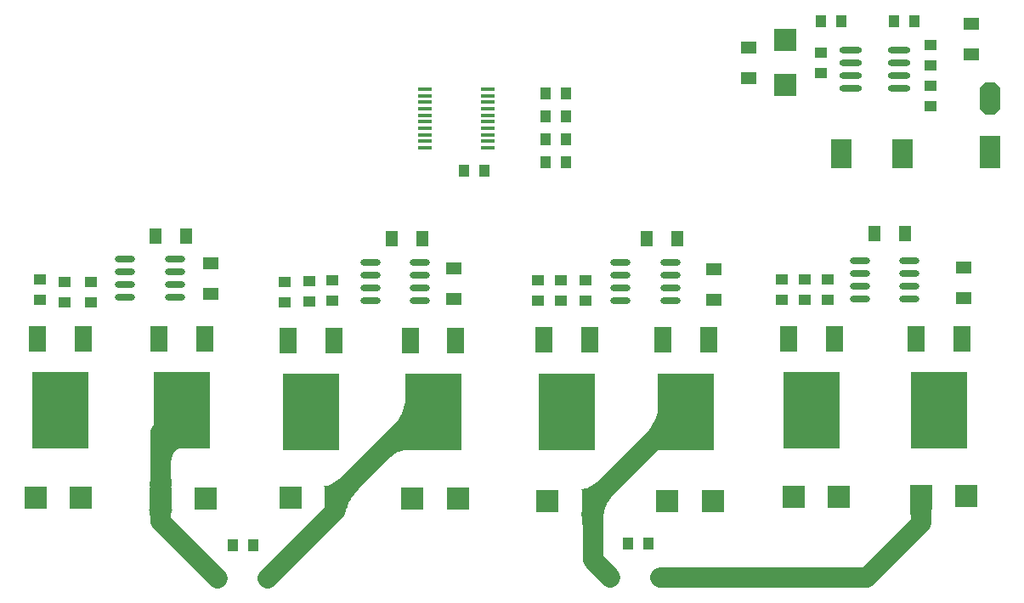
<source format=gbp>
G04 Layer_Color=128*
%FSLAX25Y25*%
%MOIN*%
G70*
G01*
G75*
%ADD12R,0.05000X0.06000*%
%ADD13R,0.04000X0.05000*%
%ADD22R,0.07000X0.10000*%
%ADD23R,0.21850X0.29921*%
%ADD43C,0.08000*%
%ADD44R,0.09055X0.09055*%
G04:AMPARAMS|DCode=45|XSize=125.98mil|YSize=78.74mil|CornerRadius=0mil|HoleSize=0mil|Usage=FLASHONLY|Rotation=90.000|XOffset=0mil|YOffset=0mil|HoleType=Round|Shape=Octagon|*
%AMOCTAGOND45*
4,1,8,0.01968,0.06299,-0.01968,0.06299,-0.03937,0.04331,-0.03937,-0.04331,-0.01968,-0.06299,0.01968,-0.06299,0.03937,-0.04331,0.03937,0.04331,0.01968,0.06299,0.0*
%
%ADD45OCTAGOND45*%

%ADD46R,0.07874X0.12598*%
%ADD47R,0.09055X0.09055*%
%ADD48R,0.05000X0.04000*%
%ADD49R,0.06000X0.05000*%
%ADD50O,0.08858X0.02362*%
%ADD51O,0.05512X0.01575*%
%ADD52R,0.05512X0.01575*%
%ADD53O,0.08000X0.02362*%
%ADD54R,0.07874X0.11811*%
G36*
X108959Y43040D02*
X108871Y42904D01*
X108794Y42678D01*
X108727Y42361D01*
X108670Y41954D01*
X108588Y40867D01*
X108542Y38558D01*
X100542D01*
X100537Y39418D01*
X100357Y42361D01*
X100290Y42678D01*
X100213Y42904D01*
X100125Y43040D01*
X100027Y43085D01*
X109056D01*
X108959Y43040D01*
D02*
G37*
G36*
X407259Y44122D02*
X407171Y43932D01*
X407094Y43615D01*
X407027Y43170D01*
X406924Y41902D01*
X406847Y39047D01*
X406842Y37842D01*
X398842D01*
X398837Y39047D01*
X398513Y43932D01*
X398425Y44122D01*
X398327Y44185D01*
X407356D01*
X407259Y44122D01*
D02*
G37*
G36*
X284230Y51215D02*
X283155Y50106D01*
X281345Y48026D01*
X280609Y47055D01*
X279987Y46129D01*
X279478Y45249D01*
X279082Y44414D01*
X278799Y43626D01*
X278629Y42883D01*
X278573Y42185D01*
X278475Y42105D01*
X278387Y41865D01*
X278310Y41465D01*
X278243Y40905D01*
X278140Y39305D01*
X278058Y34185D01*
X270058D01*
X270053Y35705D01*
X269641Y42105D01*
X269544Y42185D01*
X278573D01*
X269544Y51215D01*
X270241Y51271D01*
X270984Y51441D01*
X271773Y51724D01*
X272607Y52120D01*
X273487Y52629D01*
X274413Y53251D01*
X275384Y53986D01*
X277464Y55797D01*
X278573Y56871D01*
X284230Y51215D01*
D02*
G37*
G36*
X183330Y52415D02*
X182255Y51306D01*
X180445Y49226D01*
X179709Y48255D01*
X179087Y47329D01*
X178578Y46449D01*
X178182Y45614D01*
X177899Y44826D01*
X177729Y44083D01*
X177673Y43385D01*
X168644Y52415D01*
X169341Y52471D01*
X170084Y52641D01*
X170873Y52924D01*
X171707Y53320D01*
X172587Y53829D01*
X173513Y54451D01*
X174484Y55186D01*
X176564Y56997D01*
X177673Y58071D01*
X183330Y52415D01*
D02*
G37*
G36*
X200488Y66452D02*
X199870Y66427D01*
X199263Y66351D01*
X198668Y66224D01*
X198085Y66047D01*
X197513Y65818D01*
X196953Y65539D01*
X196405Y65210D01*
X195869Y64829D01*
X195344Y64398D01*
X194831Y63916D01*
Y75230D01*
X195907Y76363D01*
X196871Y77495D01*
X197721Y78627D01*
X198457Y79759D01*
X199081Y80891D01*
X199591Y82022D01*
X199988Y83153D01*
X200272Y84283D01*
X200443Y85413D01*
X200500Y86543D01*
X200488Y66452D01*
D02*
G37*
G36*
X299688Y66652D02*
X294031Y61016D01*
Y72330D01*
X295107Y73462D01*
X296071Y74595D01*
X296920Y75727D01*
X297657Y76859D01*
X298281Y77991D01*
X298791Y79122D01*
X299188Y80253D01*
X299472Y81383D01*
X299642Y82513D01*
X299700Y83643D01*
X299688Y66652D01*
D02*
G37*
G36*
X111782Y67099D02*
X111102Y66859D01*
X110502Y66459D01*
X109982Y65899D01*
X109542Y65179D01*
X109182Y64299D01*
X108902Y63259D01*
X108702Y62059D01*
X108582Y60699D01*
X108545Y59286D01*
X108547Y58595D01*
X108959Y52195D01*
X109056Y52115D01*
X100027D01*
X100125Y52195D01*
X100213Y52435D01*
X100290Y52835D01*
X100357Y53395D01*
X100460Y54995D01*
X100542Y60115D01*
X100551D01*
X100557Y60699D01*
X100789Y64299D01*
X100928Y65179D01*
X101098Y65899D01*
X101299Y66459D01*
X101531Y66859D01*
X101794Y67099D01*
X102088Y67179D01*
X112542D01*
X111782Y67099D01*
D02*
G37*
D12*
X307300Y149400D02*
D03*
X295300D02*
D03*
X396400Y151600D02*
D03*
X384400D02*
D03*
X114700Y150600D02*
D03*
X102700D02*
D03*
X207300Y149600D02*
D03*
X195300D02*
D03*
D13*
X392200Y235000D02*
D03*
X400200D02*
D03*
X371700D02*
D03*
X363700D02*
D03*
X263700Y179700D02*
D03*
X255700D02*
D03*
X263700Y188700D02*
D03*
X255700D02*
D03*
X263700Y197700D02*
D03*
X255700D02*
D03*
X263700Y206700D02*
D03*
X255700D02*
D03*
X223700Y176200D02*
D03*
X231700D02*
D03*
X287800Y29900D02*
D03*
X295800D02*
D03*
X133000Y29200D02*
D03*
X141000D02*
D03*
D22*
X104024Y110300D02*
D03*
X121976D02*
D03*
X154624Y109573D02*
D03*
X172576D02*
D03*
X56247Y110300D02*
D03*
X74200D02*
D03*
X202424Y109573D02*
D03*
X220376D02*
D03*
X400824Y110273D02*
D03*
X418776D02*
D03*
X301624Y109773D02*
D03*
X319576D02*
D03*
X351024Y110273D02*
D03*
X368976D02*
D03*
X255024Y109773D02*
D03*
X272976D02*
D03*
D23*
X113000Y82127D02*
D03*
X163600Y81400D02*
D03*
X65224Y82127D02*
D03*
X211400Y81400D02*
D03*
X409800Y82100D02*
D03*
X310600Y81600D02*
D03*
X360000Y82100D02*
D03*
X264000Y81600D02*
D03*
D43*
X402842Y37842D02*
Y48700D01*
X381600Y16600D02*
X402842Y37842D01*
X300700Y16600D02*
X381600D01*
X274058Y23557D02*
X281015Y16600D01*
X274058Y23557D02*
Y46700D01*
X308958Y81600D01*
X173158Y42773D02*
Y47900D01*
X146585Y16200D02*
X173158Y42773D01*
Y47900D02*
X206658Y81400D01*
X104542Y38558D02*
X126900Y16200D01*
X104542Y38558D02*
Y47600D01*
Y73669D01*
D44*
X221058Y47600D02*
D03*
X203342D02*
D03*
X173158Y47900D02*
D03*
X155442D02*
D03*
X420558Y48700D02*
D03*
X402842D02*
D03*
X370458Y48300D02*
D03*
X352742D02*
D03*
X321058Y46700D02*
D03*
X303342D02*
D03*
X122258Y47600D02*
D03*
X104542D02*
D03*
X73358Y48000D02*
D03*
X55642D02*
D03*
X274058Y46700D02*
D03*
X256342D02*
D03*
D45*
X429900Y204600D02*
D03*
D46*
Y183600D02*
D03*
D47*
X349700Y209742D02*
D03*
Y227458D02*
D03*
D48*
X406700Y217500D02*
D03*
Y225500D02*
D03*
Y201500D02*
D03*
Y209500D02*
D03*
X363700Y222500D02*
D03*
Y214500D02*
D03*
X252700Y125100D02*
D03*
Y133100D02*
D03*
X271200Y133076D02*
D03*
Y125076D02*
D03*
X261600Y133100D02*
D03*
Y125100D02*
D03*
X357100Y125676D02*
D03*
Y133676D02*
D03*
X348100Y133576D02*
D03*
Y125576D02*
D03*
X366100Y133576D02*
D03*
Y125576D02*
D03*
X57100Y125500D02*
D03*
Y133500D02*
D03*
X66900Y132500D02*
D03*
Y124500D02*
D03*
X77300Y132500D02*
D03*
Y124500D02*
D03*
X153300D02*
D03*
Y132500D02*
D03*
X162900Y132900D02*
D03*
Y124900D02*
D03*
X171900Y133076D02*
D03*
Y125076D02*
D03*
D49*
X335100Y224700D02*
D03*
Y212700D02*
D03*
X422700Y222000D02*
D03*
Y234000D02*
D03*
X321600Y137600D02*
D03*
Y125600D02*
D03*
X419500Y138200D02*
D03*
Y126200D02*
D03*
X124200Y140000D02*
D03*
Y128000D02*
D03*
X219700Y138000D02*
D03*
Y126000D02*
D03*
D50*
X394149Y223500D02*
D03*
Y218500D02*
D03*
Y213500D02*
D03*
Y208500D02*
D03*
X375251Y223500D02*
D03*
Y218500D02*
D03*
Y213500D02*
D03*
Y208500D02*
D03*
D51*
X208200Y195436D02*
D03*
Y203113D02*
D03*
Y205672D02*
D03*
X233003Y197995D02*
D03*
Y205672D02*
D03*
Y208232D02*
D03*
Y200554D02*
D03*
Y203113D02*
D03*
X208200Y208232D02*
D03*
X233003Y187759D02*
D03*
X208200Y192877D02*
D03*
X233003Y195436D02*
D03*
X208200Y197995D02*
D03*
Y200554D02*
D03*
Y187759D02*
D03*
X233003Y190318D02*
D03*
X208200D02*
D03*
X233003Y192877D02*
D03*
Y185200D02*
D03*
D52*
X208200D02*
D03*
D53*
X304400Y140300D02*
D03*
Y135300D02*
D03*
Y130300D02*
D03*
Y125300D02*
D03*
X285000Y140300D02*
D03*
Y135300D02*
D03*
Y130300D02*
D03*
Y125300D02*
D03*
X398300Y140800D02*
D03*
Y135800D02*
D03*
Y130800D02*
D03*
Y125800D02*
D03*
X378900Y140800D02*
D03*
Y135800D02*
D03*
Y130800D02*
D03*
Y125800D02*
D03*
X110100Y141500D02*
D03*
Y136500D02*
D03*
Y131500D02*
D03*
Y126500D02*
D03*
X90700Y141500D02*
D03*
Y136500D02*
D03*
Y131500D02*
D03*
Y126500D02*
D03*
X206300Y140300D02*
D03*
Y135300D02*
D03*
Y130300D02*
D03*
Y125300D02*
D03*
X186900Y140300D02*
D03*
Y135300D02*
D03*
Y130300D02*
D03*
Y125300D02*
D03*
D54*
X371500Y182900D02*
D03*
X395500D02*
D03*
M02*

</source>
